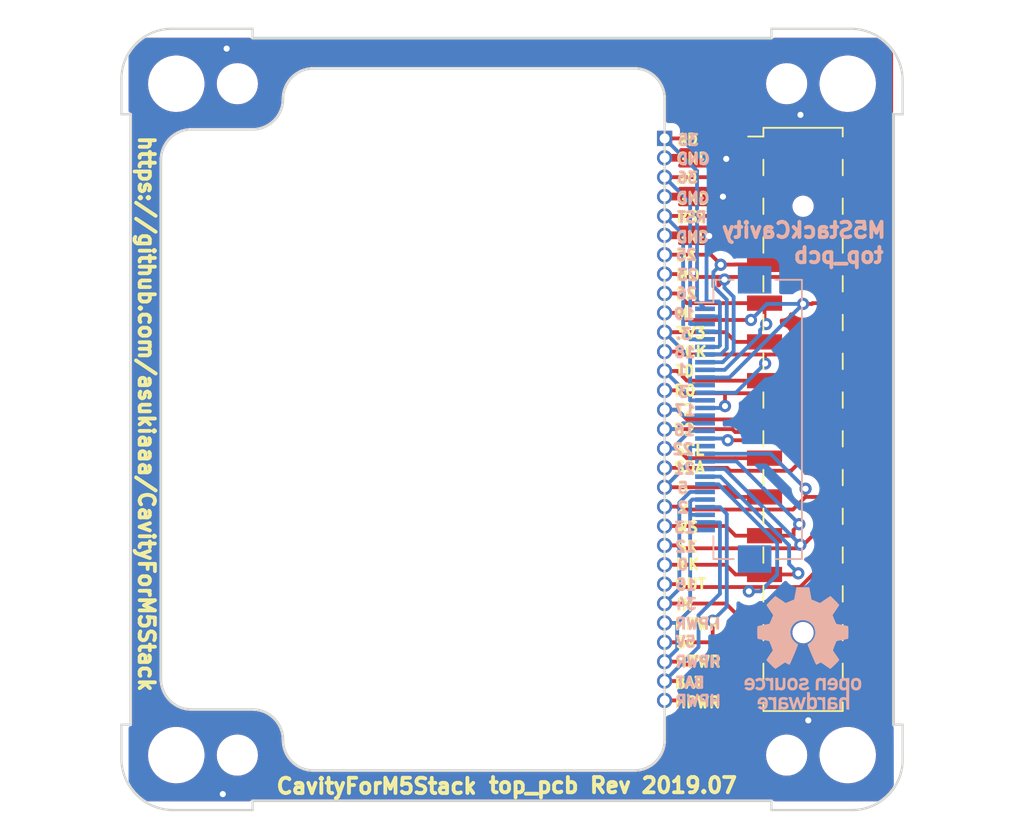
<source format=kicad_pcb>
(kicad_pcb (version 20221018) (generator pcbnew)
  (layers (0 "F.Cu" signal) (31 "B.Cu" signal) (34 "B.Paste" user) (35 "F.Paste" user) (36 "B.SilkS" user "B.Silkscreen") (37 "F.SilkS" user "F.Silkscreen") (38 "B.Mask" user) (39 "F.Mask" user) (44 "Edge.Cuts" user))
  (net 0 "")
  (net 1 "GND")
  (net 2 "G23")
  (net 3 "G19")
  (net 4 "G18")
  (net 5 "G3")
  (net 6 "G16")
  (net 7 "G21")
  (net 8 "G2")
  (net 9 "G12")
  (net 10 "G15")
  (net 11 "HPWR")
  (net 12 "+BATT")
  (net 13 "+5V")
  (net 14 "G34")
  (net 15 "G0")
  (net 16 "G13")
  (net 17 "G5")
  (net 18 "G22")
  (net 19 "G17")
  (net 20 "G1")
  (net 21 "G26")
  (net 22 "G25")
  (net 23 "RST")
  (net 24 "G36")
  (net 25 "G35")
  (net 26 "+3V3")
  (footprint "MountingHole:MountingHole_3.2mm_M3" (layer "F.Cu") (at 103 53)
    (fp_text reference "REF1" hide)
    (fp_text value "MountingHole_3.2mm_M3")
    (pad "" np_thru_hole circle (at 0 0) (size 3.2 3.2) (drill 3.2) (layers "*.Cu" "*.Mask"))
  )
  (footprint "MountingHole:MountingHole_3.2mm_M3" (layer "F.Cu") (at 103 97)
    (fp_text reference "REF6" hide)
    (fp_text value "MountingHole_3.2mm_M3")
    (pad "" np_thru_hole circle (at 0 0) (size 3.2 3.2) (drill 3.2) (layers "*.Cu" "*.Mask"))
  )
  (footprint "MountingHole:MountingHole_3.2mm_M3" (layer "F.Cu") (at 147 97)
    (fp_text reference "REF9" hide)
    (fp_text value "MountingHole_3.2mm_M3")
    (pad "" np_thru_hole circle (at 0 0) (size 3.2 3.2) (drill 3.2) (layers "*.Cu" "*.Mask"))
  )
  (footprint "MountingHole:MountingHole_2.2mm_M2" (layer "F.Cu") (at 107 53)
    (fp_text reference "REF2" hide)
    (fp_text value "MountingHole_2.2mm_M2")
    (pad "" np_thru_hole circle (at 0 0) (size 2.2 2.2) (drill 2.2) (layers "*.Cu" "*.Mask"))
  )
  (footprint "MountingHole:MountingHole_3.2mm_M3" (layer "F.Cu") (at 147 53)
    (fp_text reference "REF4" hide)
    (fp_text value "MountingHole_3.2mm_M3")
    (pad "" np_thru_hole circle (at 0 0) (size 3.2 3.2) (drill 3.2) (layers "*.Cu" "*.Mask"))
  )
  (footprint "MountingHole:MountingHole_2.2mm_M2" (layer "F.Cu") (at 143 53)
    (fp_text reference "REF3" hide)
    (fp_text value "MountingHole_2.2mm_M2")
    (pad "" np_thru_hole circle (at 0 0) (size 2.2 2.2) (drill 2.2) (layers "*.Cu" "*.Mask"))
  )
  (footprint "MountingHole:MountingHole_2.2mm_M2" (layer "F.Cu") (at 107 97)
    (fp_text reference "REF7" hide)
    (fp_text value "MountingHole_2.2mm_M2")
    (pad "" np_thru_hole circle (at 0 0) (size 2.2 2.2) (drill 2.2) (layers "*.Cu" "*.Mask"))
  )
  (footprint "MountingHole:MountingHole_2.2mm_M2" (layer "F.Cu") (at 143 97)
    (fp_text reference "REF8" hide)
    (fp_text value "MountingHole_2.2mm_M2")
    (pad "" np_thru_hole circle (at 0 0) (size 2.2 2.2) (drill 2.2) (layers "*.Cu" "*.Mask"))
  )
  (footprint "footprints:PinHeader_2x15_P2.54mm_Vertical_SMD_for_M5Stack" (layer "F.Cu") (at 144.074 75)
    (fp_text reference "J2" hide)
    (fp_text value "header")
    (pad "" np_thru_hole circle (at 0 -13.97) (size 0.9 0.9) (drill 0.9) (layers "*.Cu" "*.Mask"))
    (pad "" np_thru_hole circle (at 0 13.97) (size 0.9 0.9) (drill 0.9) (layers "*.Cu" "*.Mask"))
    (pad "1" smd rect (at -2.525 -17.78) (size 2.3 1) (layers "F.Cu" "F.Paste" "F.Mask") (net 25 "G35"))
    (pad "2" smd rect (at 2.525 -17.78) (size 2.3 1) (layers "F.Cu" "F.Paste" "F.Mask") (net 1 "GND"))
    (pad "3" smd rect (at -2.525 -15.24) (size 2.3 1) (layers "F.Cu" "F.Paste" "F.Mask") (net 24 "G36"))
    (pad "4" smd rect (at 2.525 -15.24) (size 2.3 1) (layers "F.Cu" "F.Paste" "F.Mask") (net 1 "GND"))
    (pad "5" smd rect (at -2.525 -12.7) (size 2.3 1) (layers "F.Cu" "F.Paste" "F.Mask") (net 23 "RST"))
    (pad "6" smd rect (at 2.525 -12.7) (size 2.3 1) (layers "F.Cu" "F.Paste" "F.Mask") (net 1 "GND"))
    (pad "7" smd rect (at -2.525 -10.16) (size 2.3 1) (layers "F.Cu" "F.Paste" "F.Mask") (net 22 "G25"))
    (pad "8" smd rect (at 2.525 -10.16) (size 2.3 1) (layers "F.Cu" "F.Paste" "F.Mask") (net 2 "G23"))
    (pad "9" smd rect (at -2.525 -7.62) (size 2.3 1) (layers "F.Cu" "F.Paste" "F.Mask") (net 21 "G26"))
    (pad "10" smd rect (at 2.525 -7.62) (size 2.3 1) (layers "F.Cu" "F.Paste" "F.Mask") (net 3 "G19"))
    (pad "11" smd rect (at -2.525 -5.08) (size 2.3 1) (layers "F.Cu" "F.Paste" "F.Mask") (net 26 "+3V3"))
    (pad "12" smd rect (at 2.525 -5.08) (size 2.3 1) (layers "F.Cu" "F.Paste" "F.Mask") (net 4 "G18"))
    (pad "13" smd rect (at -2.525 -2.54) (size 2.3 1) (layers "F.Cu" "F.Paste" "F.Mask") (net 20 "G1"))
    (pad "14" smd rect (at 2.525 -2.54) (size 2.3 1) (layers "F.Cu" "F.Paste" "F.Mask") (net 5 "G3"))
    (pad "15" smd rect (at -2.525 0) (size 2.3 1) (layers "F.Cu" "F.Paste" "F.Mask") (net 19 "G17"))
    (pad "16" smd rect (at 2.525 0) (size 2.3 1) (layers "F.Cu" "F.Paste" "F.Mask") (net 6 "G16"))
    (pad "17" smd rect (at -2.525 2.54) (size 2.3 1) (layers "F.Cu" "F.Paste" "F.Mask") (net 18 "G22"))
    (pad "18" smd rect (at 2.525 2.54) (size 2.3 1) (layers "F.Cu" "F.Paste" "F.Mask") (net 7 "G21"))
    (pad "19" smd rect (at -2.525 5.08) (size 2.3 1) (layers "F.Cu" "F.Paste" "F.Mask") (net 17 "G5"))
    (pad "20" smd rect (at 2.525 5.08) (size 2.3 1) (layers "F.Cu" "F.Paste" "F.Mask") (net 8 "G2"))
    (pad "21" smd rect (at -2.525 7.62) (size 2.3 1) (layers "F.Cu" "F.Paste" "F.Mask") (net 16 "G13"))
    (pad "22" smd rect (at 2.525 7.62) (size 2.3 1) (layers "F.Cu" "F.Paste" "F.Mask") (net 9 "G12"))
    (pad "23" smd rect (at -2.525 10.16) (size 2.3 1) (layers "F.Cu" "F.Paste" "F.Mask") (net 15 "G0"))
    (pad "24" smd rect (at 2.525 10.16) (size 2.3 1) (layers "F.Cu" "F.Paste" "F.Mask") (net 10 "G15"))
    (pad "25" smd rect (at -2.525 12.7) (size 2.3 1) (layers "F.Cu" "F.Paste" "F.Mask") (net 14 "G34"))
    (pad "26" smd rect (at 2.525 12.7) (size 2.3 1) (layers "F.Cu" "F.Paste" "F.Mask") (net 11 "HPWR"))
    (pad "27" smd rect (at -2.525 15.24) (size 2.3 1) (layers "F.Cu" "F.Paste" "F.Mask") (net 13 "+5V"))
    (pad "28" smd rect (at 2.525 15.24) (size 2.3 1) (layers "F.Cu" "F.Paste" "F.Mask") (net 11 "HPWR"))
    (pad "29" smd rect (at -2.525 17.78) (size 2.3 1) (layers "F.Cu" "F.Paste" "F.Mask") (net 12 "+BATT"))
    (pad "30" smd rect (at 2.525 17.78) (size 2.3 1) (layers "F.Cu" "F.Paste" "F.Mask") (net 11 "HPWR"))
  )
  (footprint "footprints:corner_edge1" (layer "F.Cu") (at 150 50)
    (fp_text reference "corner1" hide)
    (fp_text value "corner_edge1")
    (fp_line (start -8 -0.6) (end -2.8 -0.6) (stroke (width 0.15)) (layer "Edge.Cuts"))
    (fp_line (start -8 0) (end -8 -0.6) (stroke (width 0.15)) (layer "Edge.Cuts"))
    (fp_line (start 0.6 2.8) (end 0.6 5) (stroke (width 0.15)) (layer "Edge.Cuts"))
    (fp_line (start 0.6 5) (end 0 5) (stroke (width 0.15)) (layer "Edge.Cuts"))
    (fp_arc (start -2.8 -0.6) (mid -0.395837 0.395837) (end 0.6 2.8) (stroke (width 0.15)) (layer "Edge.Cuts"))
  )
  (footprint "footprints:corner_edge2" (layer "F.Cu") (at 150 100 180)
    (fp_text reference "corner2" hide)
    (fp_text value "corner_edge2")
    (fp_line (start -0.6 2.7) (end -0.6 5) (stroke (width 0.15)) (layer "Edge.Cuts"))
    (fp_line (start -0.6 5) (end 0 5) (stroke (width 0.15)) (layer "Edge.Cuts"))
    (fp_line (start 8 -0.6) (end 2.7 -0.6) (stroke (width 0.15)) (layer "Edge.Cuts"))
    (fp_line (start 8 0) (end 8 -0.6) (stroke (width 0.15)) (layer "Edge.Cuts"))
    (fp_arc (start -0.6 2.7) (mid 0.366548 0.366548) (end 2.7 -0.6) (stroke (width 0.15)) (layer "Edge.Cuts"))
  )
  (footprint "footprints:corner_edge2" (layer "F.Cu") (at 100 50)
    (fp_text reference "corner3" hide)
    (fp_text value "corner_edge2")
    (fp_line (start -0.6 2.7) (end -0.6 5) (stroke (width 0.15)) (layer "Edge.Cuts"))
    (fp_line (start -0.6 5) (end 0 5) (stroke (width 0.15)) (layer "Edge.Cuts"))
    (fp_line (start 8 -0.6) (end 2.7 -0.6) (stroke (width 0.15)) (layer "Edge.Cuts"))
    (fp_line (start 8 0) (end 8 -0.6) (stroke (width 0.15)) (layer "Edge.Cuts"))
    (fp_arc (start -0.6 2.7) (mid 0.366548 0.366548) (end 2.7 -0.6) (stroke (width 0.15)) (layer "Edge.Cuts"))
  )
  (footprint "footprints:corner_edge1" (layer "F.Cu") (at 100 100 180)
    (fp_text reference "corner4" hide)
    (fp_text value "corner_edge1")
    (fp_line (start -8 -0.6) (end -2.8 -0.6) (stroke (width 0.15)) (layer "Edge.Cuts"))
    (fp_line (start -8 0) (end -8 -0.6) (stroke (width 0.15)) (layer "Edge.Cuts"))
    (fp_line (start 0.6 2.8) (end 0.6 5) (stroke (width 0.15)) (layer "Edge.Cuts"))
    (fp_line (start 0.6 5) (end 0 5) (stroke (width 0.15)) (layer "Edge.Cuts"))
    (fp_arc (start -2.8 -0.6) (mid -0.395837 0.395837) (end 0.6 2.8) (stroke (width 0.15)) (layer "Edge.Cuts"))
  )
  (footprint "footprints:PinHeader_1x30_P1.27mm_Vertical_without_silks" (layer "F.Cu") (at 135 56.585)
    (fp_text reference "J3" hide)
    (fp_text value "free_holes")
    (pad "1" thru_hole rect (at 0 0) (size 1 1) (drill 0.65) (layers "*.Cu" "*.Mask") (net 25 "G35"))
    (pad "2" thru_hole oval (at 0 1.27) (size 1 1) (drill 0.65) (layers "*.Cu" "*.Mask") (net 1 "GND"))
    (pad "3" thru_hole oval (at 0 2.54) (size 1 1) (drill 0.65) (layers "*.Cu" "*.Mask") (net 24 "G36"))
    (pad "4" thru_hole oval (at 0 3.81) (size 1 1) (drill 0.65) (layers "*.Cu" "*.Mask") (net 1 "GND"))
    (pad "5" thru_hole oval (at 0 5.08) (size 1 1) (drill 0.65) (layers "*.Cu" "*.Mask") (net 23 "RST"))
    (pad "6" thru_hole oval (at 0 6.35) (size 1 1) (drill 0.65) (layers "*.Cu" "*.Mask") (net 1 "GND"))
    (pad "7" thru_hole oval (at 0 7.62) (size 1 1) (drill 0.65) (layers "*.Cu" "*.Mask") (net 22 "G25"))
    (pad "8" thru_hole oval (at 0 8.89) (size 1 1) (drill 0.65) (layers "*.Cu" "*.Mask") (net 2 "G23"))
    (pad "9" thru_hole oval (at 0 10.16) (size 1 1) (drill 0.65) (layers "*.Cu" "*.Mask") (net 21 "G26"))
    (pad "10" thru_hole oval (at 0 11.43) (size 1 1) (drill 0.65) (layers "*.Cu" "*.Mask") (net 3 "G19"))
    (pad "11" thru_hole oval (at 0 12.7) (size 1 1) (drill 0.65) (layers "*.Cu" "*.Mask") (net 26 "+3V3"))
    (pad "12" thru_hole oval (at 0 13.97) (size 1 1) (drill 0.65) (layers "*.Cu" "*.Mask") (net 4 "G18"))
    (pad "13" thru_hole oval (at 0 15.24) (size 1 1) (drill 0.65) (layers "*.Cu" "*.Mask") (net 20 "G1"))
    (pad "14" thru_hole oval (at 0 16.51) (size 1 1) (drill 0.65) (layers "*.Cu" "*.Mask") (net 5 "G3"))
    (pad "15" thru_hole oval (at 0 17.78) (size 1 1) (drill 0.65) (layers "*.Cu" "*.Mask") (net 19 "G17"))
    (pad "16" thru_hole oval (at 0 19.05) (size 1 1) (drill 0.65) (layers "*.Cu" "*.Mask") (net 6 "G16"))
    (pad "17" thru_hole oval (at 0 20.32) (size 1 1) (drill 0.65) (layers "*.Cu" "*.Mask") (net 18 "G22"))
    (pad "18" thru_hole oval (at 0 21.59) (size 1 1) (drill 0.65) (layers "*.Cu" "*.Mask") (net 7 "G21"))
    (pad "19" thru_hole oval (at 0 22.86) (size 1 1) (drill 0.65) (layers "*.Cu" "*.Mask") (net 17 "G5"))
    (pad "20" thru_hole oval (at 0 24.13) (size 1 1) (drill 0.65) (layers "*.Cu" "*.Mask") (net 8 "G2"))
    (pad "21" thru_hole oval (at 0 25.4) (size 1 1) (drill 0.65) (layers "*.Cu" "*.Mask") (net 16 "G13"))
    (pad "22" thru_hole oval (at 0 26.67) (size 1 1) (drill 0.65) (layers "*.Cu" "*.Mask") (net 9 "G12"))
    (pad "23" thru_hole oval (at 0 27.94) (size 1 1) (drill 0.65) (layers "*.Cu" "*.Mask") (net 15 "G0"))
    (pad "24" thru_hole oval (at 0 29.21) (size 1 1) (drill 0.65) (layers "*.Cu" "*.Mask") (net 10 "G15"))
    (pad "25" thru_hole oval (at 0 30.48) (size 1 1) (drill 0.65) (layers "*.Cu" "*.Mask") (net 14 "G34"))
    (pad "26" thru_hole oval (at 0 31.75) (size 1 1) (drill 0.65) (layers "*.Cu" "*.Mask") (net 11 "HPWR"))
    (pad "27" thru_hole oval (at 0 33.02) (size 1 1) (drill 0.65) (layers "*.Cu" "*.Mask") (net 13 "+5V"))
    (pad "28" thru_hole oval (at 0 34.29) (size 1 1) (drill 0.65) (layers "*.Cu" "*.Mask") (net 11 "HPWR"))
    (pad "29" thru_hole oval (at 0 35.56) (size 1 1) (drill 0.65) (layers "*.Cu" "*.Mask") (net 12 "+BATT"))
    (pad "30" thru_hole oval (at 0 36.83) (size 1 1) (drill 0.65) (layers "*.Cu" "*.Mask") (net 11 "HPWR"))
  )
  (footprint "Connector_FFC-FPC:Hirose_FH12-30S-0.5SH_1x30-1MP_P0.50mm_Horizontal" (layer "B.Cu") (at 139.5 75 -90)
    (fp_text reference "J1" hide)
    (fp_text value "flat_cable_connector")
    (pad "1" smd rect (at -7.25 1.85 270) (size 0.3 1.3) (layers "B.Cu" "B.Paste" "B.Mask") (net 25 "G35"))
    (pad "2" smd rect (at -6.75 1.85 270) (size 0.3 1.3) (layers "B.Cu" "B.Paste" "B.Mask") (net 1 "GND"))
    (pad "3" smd rect (at -6.25 1.85 270) (size 0.3 1.3) (layers "B.Cu" "B.Paste" "B.Mask") (net 24 "G36"))
    (pad "4" smd rect (at -5.75 1.85 270) (size 0.3 1.3) (layers "B.Cu" "B.Paste" "B.Mask") (net 1 "GND"))
    (pad "5" smd rect (at -5.25 1.85 270) (size 0.3 1.3) (layers "B.Cu" "B.Paste" "B.Mask") (net 23 "RST"))
    (pad "6" smd rect (at -4.75 1.85 270) (size 0.3 1.3) (layers "B.Cu" "B.Paste" "B.Mask") (net 1 "GND"))
    (pad "7" smd rect (at -4.25 1.85 270) (size 0.3 1.3) (layers "B.Cu" "B.Paste" "B.Mask") (net 22 "G25"))
    (pad "8" smd rect (at -3.75 1.85 270) (size 0.3 1.3) (layers "B.Cu" "B.Paste" "B.Mask") (net 2 "G23"))
    (pad "9" smd rect (at -3.25 1.85 270) (size 0.3 1.3) (layers "B.Cu" "B.Paste" "B.Mask") (net 21 "G26"))
    (pad "10" smd rect (at -2.75 1.85 270) (size 0.3 1.3) (layers "B.Cu" "B.Paste" "B.Mask") (net 3 "G19"))
    (pad "11" smd rect (at -2.25 1.85 270) (size 0.3 1.3) (layers "B.Cu" "B.Paste" "B.Mask") (net 26 "+3V3"))
    (pad "12" smd rect (at -1.75 1.85 270) (size 0.3 1.3) (layers "B.Cu" "B.Paste" "B.Mask") (net 4 "G18"))
    (pad "13" smd rect (at -1.25 1.85 270) (size 0.3 1.3) (layers "B.Cu" "B.Paste" "B.Mask") (net 20 "G1"))
    (pad "14" smd rect (at -0.75 1.85 270) (size 0.3 1.3) (layers "B.Cu" "B.Paste" "B.Mask") (net 5 "G3"))
    (pad "15" smd rect (at -0.25 1.85 270) (size 0.3 1.3) (layers "B.Cu" "B.Paste" "B.Mask") (net 19 "G17"))
    (pad "16" smd rect (at 0.25 1.85 270) (size 0.3 1.3) (layers "B.Cu" "B.Paste" "B.Mask") (net 6 "G16"))
    (pad "17" smd rect (at 0.75 1.85 270) (size 0.3 1.3) (layers "B.Cu" "B.Paste" "B.Mask") (net 18 "G22"))
    (pad "18" smd rect (at 1.25 1.85 270) (size 0.3 1.3) (layers "B.Cu" "B.Paste" "B.Mask") (net 7 "G21"))
    (pad "19" smd rect (at 1.75 1.85 270) (size 0.3 1.3) (layers "B.Cu" "B.Paste" "B.Mask") (net 17 "G5"))
    (pad "20" smd rect (at 2.25 1.85 270) (size 0.3 1.3) (layers "B.Cu" "B.Paste" "B.Mask") (net 8 "G2"))
    (pad "21" smd rect (at 2.75 1.85 270) (size 0.3 1.3) (layers "B.Cu" "B.Paste" "B.Mask") (net 16 "G13"))
    (pad "22" smd rect (at 3.25 1.85 270) (size 0.3 1.3) (layers "B.Cu" "B.Paste" "B.Mask") (net 9 "G12"))
    (pad "23" smd rect (at 3.75 1.85 270) (size 0.3 1.3) (layers "B.Cu" "B.Paste" "B.Mask") (net 15 "G0"))
    (pad "24" smd rect (at 4.25 1.85 270) (size 0.3 1.3) (layers "B.Cu" "B.Paste" "B.Mask") (net 10 "G15"))
    (pad "25" smd rect (at 4.75 1.85 270) (size 0.3 1.3) (layers "B.Cu" "B.Paste" "B.Mask") (net 14 "G34"))
    (pad "26" smd rect (at 5.25 1.85 270) (size 0.3 1.3) (layers "B.Cu" "B.Paste" "B.Mask") (net 11 "HPWR"))
    (pad "27" smd rect (at 5.75 1.85 270) (size 0.3 1.3) (layers "B.Cu" "B.Paste" "B.Mask") (net 13 "+5V"))
    (pad "28" smd rect (at 6.25 1.85 270) (size 0.3 1.3) (layers "B.Cu" "B.Paste" "B.Mask") (net 11 "HPWR"))
    (pad "29" smd rect (at 6.75 1.85 270) (size 0.3 1.3) (layers "B.Cu" "B.Paste" "B.Mask") (net 12 "+BATT"))
    (pad "30" smd rect (at 7.25 1.85 270) (size 0.3 1.3) (layers "B.Cu" "B.Paste" "B.Mask") (net 11 "HPWR"))
    (pad "MP" smd rect (at -9.15 -1.4 270) (size 1.8 2.2) (layers "B.Cu" "B.Paste" "B.Mask"))
    (pad "MP" smd rect (at 9.15 -1.4 270) (size 1.8 2.2) (layers "B.Cu" "B.Paste" "B.Mask"))
  )
  (footprint "Symbol:OSHW-Logo_7.5x8mm_SilkScreen" (layer "B.Cu") (at 144.0688 90.0049 180)
    (fp_text reference "OSHWREF2" hide)
    (fp_text value "OSHW-Logo_7.5x8mm_SilkScreen" hide)
  )
  (gr_arc (start 108 94) (mid 109.414214 94.585786) (end 110 96) (stroke (width 0.15)) (layer "Edge.Cuts"))
  (gr_arc (start 102 58) (mid 102.585786 56.585786) (end 104 56) (stroke (width 0.15)) (layer "Edge.Cuts"))
  (gr_arc (start 112 98) (mid 110.585786 97.414214) (end 110 96) (stroke (width 0.15)) (layer "Edge.Cuts"))
  (gr_line (start 104 94) (end 108 94) (stroke (width 0.15)) (layer "Edge.Cuts"))
  (gr_line (start 135 96) (end 135 54) (stroke (width 0.15)) (layer "Edge.Cuts"))
  (gr_line (start 100 95) (end 100 55) (stroke (width 0.15)) (layer "Edge.Cuts"))
  (gr_line (start 108 50) (end 142 50) (stroke (width 0.15)) (layer "Edge.Cuts"))
  (gr_arc (start 110 54) (mid 109.414214 55.414214) (end 108 56) (stroke (width 0.15)) (layer "Edge.Cuts"))
  (gr_line (start 142 100) (end 108 100) (stroke (width 0.15)) (layer "Edge.Cuts"))
  (gr_line (start 108 56) (end 104 56) (stroke (width 0.15)) (layer "Edge.Cuts"))
  (gr_line (start 102 58) (end 102 92) (stroke (width 0.15)) (layer "Edge.Cuts"))
  (gr_line (start 150 55) (end 150 95) (stroke (width 0.2)) (layer "Edge.Cuts"))
  (gr_line (start 133 52) (end 112 52) (stroke (width 0.15)) (layer "Edge.Cuts"))
  (gr_arc (start 133 52) (mid 134.414214 52.585786) (end 135 54) (stroke (width 0.15)) (layer "Edge.Cuts"))
  (gr_arc (start 104 94) (mid 102.585786 93.414214) (end 102 92) (stroke (width 0.15)) (layer "Edge.Cuts"))
  (gr_arc (start 135 96) (mid 134.414214 97.414214) (end 133 98) (stroke (width 0.15)) (layer "Edge.Cuts"))
  (gr_arc (start 110 54) (mid 110.585786 52.585786) (end 112 52) (stroke (width 0.15)) (layer "Edge.Cuts"))
  (gr_line (start 112 98) (end 133 98) (stroke (width 0.15)) (layer "Edge.Cuts"))
  (gr_text "3" (at 136.2202 73.2028) (layer "B.SilkS") (effects (font (size 0.7 0.7) (thickness 0.175)) (justify mirror)))
  (gr_text "1" (at 136.1186 71.7423) (layer "B.SilkS") (effects (font (size 0.7 0.7) (thickness 0.175)) (justify mirror)))
  (gr_text "25" (at 136.4234 64.2112) (layer "B.SilkS") (effects (font (size 0.7 0.7) (thickness 0.175)) (justify mirror)))
  (gr_text "26" (at 136.4488 66.7385) (layer "B.SilkS") (effects (font (size 0.7 0.7) (thickness 0.175)) (justify mirror)))
  (gr_text "21" (at 136.2837 78.232) (layer "B.SilkS") (effects (font (size 0.7 0.7) (thickness 0.175)) (justify mirror)))
  (gr_text "RST" (at 136.7917 61.7601) (layer "B.SilkS") (effects (font (size 0.7 0.7) (thickness 0.175)) (justify mirror)))
  (gr_text "GND" (at 136.8933 57.9501) (layer "B.SilkS") (effects (font (size 0.7 0.7) (thickness 0.175)) (justify mirror)))
  (gr_text "BAT" (at 136.6901 92.2528) (layer "B.SilkS") (effects (font (size 0.7 0.7) (thickness 0.175)) (justify mirror)))
  (gr_text "35" (at 136.5504 56.6928) (layer "B.SilkS") (effects (font (size 0.7 0.7) (thickness 0.175)) (justify mirror)))
  (gr_text "22" (at 136.1948 76.9493) (layer "B.SilkS") (effects (font (size 0.7 0.7) (thickness 0.175)) (justify mirror)))
  (gr_text "36" (at 136.4996 59.1566) (layer "B.SilkS") (effects (font (size 0.7 0.7) (thickness 0.175)) (justify mirror)))
  (gr_text "18" (at 136.3218 70.5993) (layer "B.SilkS") (effects (font (size 0.7 0.7) (thickness 0.175)) (justify mirror)))
  (gr_text "19" (at 136.2837 68.0974) (layer "B.SilkS") (effects (font (size 0.7 0.7) (thickness 0.175)) (justify mirror)))
  (gr_text "13" (at 136.3091 82.0928) (layer "B.SilkS") (effects (font (size 0.7 0.7) (thickness 0.175)) (justify mirror)))
  (gr_text "12" (at 136.3726 83.3374) (layer "B.SilkS") (effects (font (size 0.7 0.7) (thickness 0.175)) (justify mirror)))
  (gr_text "15" (at 136.398 85.8393) (layer "B.SilkS") (effects (font (size 0.7 0.7) (thickness 0.175)) (justify mirror)))
  (gr_text "34" (at 136.398 87.0966) (layer "B.SilkS") (effects (font (size 0.7 0.7) (thickness 0.175)) (justify mirror)))
  (gr_text "M5StackCavity" (at 144.1196 62.5983) (layer "B.SilkS") (effects (font (size 1 1) (thickness 0.25)) (justify mirror)))
  (gr_text "GND" (at 136.8552 63.0428) (layer "B.SilkS") (effects (font (size 0.7 0.7) (thickness 0.175)) (justify mirror)))
  (gr_text "HPWR" (at 137.1854 88.392) (layer "B.SilkS") (effects (font (size 0.7 0.7) (thickness 0.175)) (justify mirror)))
  (gr_text "HPWR" (at 137.2108 93.4466) (layer "B.SilkS") (effects (font (size 0.7 0.7) (thickness 0.175)) (justify mirror)))
  (gr_text "top_pcb" (at 146.4056 64.2493) (layer "B.SilkS") (effects (font (size 1 1) (thickness 0.25)) (justify mirror)))
  (gr_text "HPWR" (at 137.1854 90.8812) (layer "B.SilkS") (effects (font (size 0.7 0.7) (thickness 0.175)) (justify mirror)))
  (gr_text "0" (at 136.1948 84.5185) (layer "B.SilkS") (effects (font (size 0.7 0.7) (thickness 0.175)) (justify mirror)))
  (gr_text "5V" (at 136.3853 89.5731) (layer "B.SilkS") (effects (font (size 0.7 0.7) (thickness 0.175)) (justify mirror)))
  (gr_text "23" (at 136.4996 65.532) (layer "B.SilkS") (effects (font (size 0.7 0.7) (thickness 0.175)) (justify mirror)))
  (gr_text "16" (at 136.2964 75.7047) (layer "B.SilkS") (effects (font (size 0.7 0.7) (thickness 0.175)) (justify mirror)))
  (gr_text "GND" (at 136.8552 60.4774) (layer "B.SilkS") (effects (font (size 0.7 0.7) (thickness 0.175)) (justify mirror)))
  (gr_text "3." (at 136.2456 69.4055) (layer "B.SilkS") (effects (font (size 0.7 0.7) (thickness 0.175)) (justify mirror)))
  (gr_text "17" (at 136.3472 74.4093) (layer "B.SilkS") (effects (font (size 0.7 0.7) (thickness 0.175)) (justify mirror)))
  (gr_text "2" (at 136.2075 80.7847) (layer "B.SilkS") (effects (font (size 0.7 0.7) (thickness 0.175)) (justify mirror)))
  (gr_text "5" (at 136.1948 79.4893) (layer "B.SilkS") (effects (font (size 0.7 0.7) (thickness 0.175)) (justify mirror)))
  (gr_text "SCL" (at 136.6139 77.0001) (layer "F.SilkS") (effects (font (size 0.7 0.7) (thickness 0.175))))
  (gr_text "T2" (at 136.3345 74.3839) (layer "F.SilkS") (effects (font (size 0.7 0.7) (thickness 0.175))))
  (gr_text "AD" (at 136.525 56.6674) (layer "F.SilkS") (effects (font (size 0.7 0.7) (thickness 0.175))))
  (gr_text "T0" (at 136.3218 71.8312) (layer "F.SilkS") (effects (font (size 0.7 0.7) (thickness 0.175))))
  (gr_text "DA" (at 136.398 64.2747) (layer "F.SilkS") (effects (font (size 0.7 0.7) (thickness 0.175))))
  (gr_text "WS" (at 136.4488 82.0801) (layer "F.SilkS") (effects (font (size 0.7 0.7) (thickness 0.175))))
  (gr_text "IN" (at 136.3218 87.1601) (layer "F.SilkS") (effects (font (size 0.7 0.7) (thickness 0.175))))
  (gr_text "R0" (at 136.3345 73.1139) (layer "F.SilkS") (effects (font (size 0.7 0.7) (thickness 0.175))))
  (gr_text "SDA" (at 136.6393 78.1431) (layer "F.SilkS") (effects (font (size 0.7 0.7) (thickness 0.175))))
  (gr_text "SK" (at 136.4742 83.3501) (layer "F.SilkS") (effects (font (size 0.7 0.7) (thickness 0.175))))
  (gr_text "3V3" (at 136.7028 69.342) (layer "F.SilkS") (effects (font (size 0.7 0.7) (thickness 0.175))))
  (gr_text "GND" (at 136.8552 57.912) (layer "F.SilkS") (effects (font (size 0.7 0.7) (thickness 0.175))))
  (gr_text "GND" (at 136.8298 63.0682) (layer "F.SilkS") (effects (font (size 0.7 0.7) (thickness 0.175))))
  (gr_text "RST" (at 136.7536 61.7347) (layer "F.SilkS") (effects (font (size 0.7 0.7) (thickness 0.175))))
  (gr_text "5V" (at 136.3853 89.6112) (layer "F.SilkS") (effects (font (size 0.7 0.7) (thickness 0.175))))
  (gr_text "BAT" (at 136.5885 92.2655) (layer "F.SilkS") (effects (font (size 0.7 0.7) (thickness 0.175))))
  (gr_text "5" (at 136.2075 79.5274) (layer "F.SilkS") (effects (font (size 0.7 0.7) (thickness 0.175))))
  (gr_text "2" (at 136.2075 80.772) (layer "F.SilkS") (effects (font (size 0.7 0.7) (thickness 0.175))))
  (gr_text "HPWR" (at 137.1346 88.4301) (layer "F.SilkS") (effects (font (size 0.7 0.7) (thickness 0.175))))
  (gr_text "HPWR" (at 137.1981 90.8812) (layer "F.SilkS") (effects (font (size 0.7 0.7) (thickness 0.175))))
  (gr_text "HPWR" (at 137.1473 93.5482) (layer "F.SilkS") (effects (font (size 0.7 0.7) (thickness 0.175))))
  (gr_text "MI" (at 136.3091 68.1101) (layer "F.SilkS") (effects (font (size 0.7 0.7) (thickness 0.175))))
  (gr_text "AD" (at 136.4742 59.1566) (layer "F.SilkS") (effects (font (size 0.7 0.7) (thickness 0.175))))
  (gr_text "top_pcb" (at 126.4238 98.9832) (layer "F.SilkS") (effects (font (size 1 1) (thickness 0.25))))
  (gr_text "CavityForM5Stack" (at 116.1238 99.0332) (layer "F.SilkS") (effects (font (size 1 1) (thickness 0.25))))
  (gr_text "R2" (at 136.2837 75.6793) (layer "F.SilkS") (effects (font (size 0.7 0.7) (thickness 0.175))))
  (gr_text "https://github.com/asukiaaa/CavityForM5Stack" (at 101.0488 74.6332 270) (layer "F.SilkS") (effects (font (size 1 1) (thickness 0.25))))
  (gr_text "MK" (at 136.4996 84.5058) (layer "F.SilkS") (effects (font (size 0.7 0.7) (thickness 0.175))))
  (gr_text "GND" (at 136.8552 60.5409) (layer "F.SilkS") (effects (font (size 0.7 0.7) (thickness 0.175))))
  (gr_text "OUT" (at 136.7028 85.8012) (layer "F.SilkS") (effects (font (size 0.7 0.7) (thickness 0.175))))
  (gr_text "SCK" (at 136.7028 70.5739) (layer "F.SilkS") (effects (font (size 0.7 0.7) (thickness 0.175))))
  (gr_text "Rev 2019.07" (at 134.9238 98.9832) (layer "F.SilkS") (effects (font (size 1 1) (thickness 0.25))))
  (gr_text "DA" (at 136.398 66.8147) (layer "F.SilkS") (effects (font (size 0.7 0.7) (thickness 0.175))))
  (gr_text "MO" (at 136.5123 65.5701) (layer "F.SilkS") (effects (font (size 0.7 0.7) (thickness 0.175))))
  (segment (start 146.599 57.22) (end 145.524 57.22) (width 0.25) (layer "F.Cu") (net 1))
  (segment (start 135.0443 62.9793) (end 135 62.935) (width 0.25) (layer "F.Cu") (net 1))
  (segment (start 134.9248 98.9838) (end 110.0201 98.9838) (width 0.25) (layer "F.Cu") (net 1))
  (segment (start 135.0697 57.9247) (end 135 57.855) (width 0.25) (layer "F.Cu") (net 1))
  (segment (start 109.076898 98.090352) (end 107.614085 99.553165) (width 0.25) (layer "F.Cu") (net 1))
  (segment (start 110.0201 98.9838) (end 109.082834 98.046533) (width 0.25) (layer "F.Cu") (net 1))
  (segment (start 109.082834 98.046533) (end 109.076898 98.090352) (width 0.25) (layer "F.Cu") (net 1))
  (segment (start 139.18739 94.72121) (end 134.9248 98.9838) (width 0.25) (layer "F.Cu") (net 1))
  (segment (start 107.614085 99.553165) (end 106.047125 99.553165) (width 0.25) (layer "F.Cu") (net 1))
  (segment (start 138.8175 60.395) (end 138.8237 60.4012) (width 0.25) (layer "F.Cu") (net 1))
  (segment (start 137.922 62.9793) (end 135.0443 62.9793) (width 0.25) (layer "F.Cu") (net 1))
  (segment (start 143.904163 55.600163) (end 143.904163 55.040424) (width 0.25) (layer "F.Cu") (net 1))
  (segment (start 145.524 57.22) (end 143.904163 55.600163) (width 0.25) (layer "F.Cu") (net 1))
  (segment (start 135 60.395) (end 138.8175 60.395) (width 0.25) (layer "F.Cu") (net 1))
  (segment (start 139.0396 57.9247) (end 135.0697 57.9247) (width 0.25) (layer "F.Cu") (net 1))
  (segment (start 144.41631 94.72121) (end 139.18739 94.72121) (width 0.25) (layer "F.Cu") (net 1))
  (via (at 106.047125 99.553165) (size 0.8) (drill 0.4) (layers "F.Cu" "B.Cu") (net 1))
  (via (at 139.0396 57.9247) (size 0.8) (drill 0.4) (layers "F.Cu" "B.Cu") (net 1))
  (via (at 144.41631 94.72121) (size 0.8) (drill 0.4) (layers "F.Cu" "B.Cu") (net 1))
  (via (at 137.922 62.9793) (size 0.8) (drill 0.4) (layers "F.Cu" "B.Cu") (net 1))
  (via (at 138.8237 60.4012) (size 0.8) (drill 0.4) (layers "F.Cu" "B.Cu") (net 1))
  (via (at 106.299 50.6984) (size 0.8) (drill 0.4) (layers "F.Cu" "B.Cu") (net 1))
  (via (at 143.904163 55.040424) (size 0.8) (drill 0.4) (layers "F.Cu" "B.Cu") (net 1))
  (segment (start 138.123824 55.040424) (end 134.1501 51.0667) (width 0.25) (layer "B.Cu") (net 1))
  (segment (start 138.585 68.25) (end 138.625001 68.209999) (width 0.25) (layer "B.Cu") (net 1))
  (segment (start 137.65 70.25) (end 138.535002 70.25) (width 0.25) (layer "B.Cu") (net 1))
  (segment (start 137.748422 63.152878) (end 137.922 62.9793) (width 0.25) (layer "B.Cu") (net 1))
  (segment (start 138.535002 70.25) (end 138.625001 70.160001) (width 0.25) (layer "B.Cu") (net 1))
  (segment (start 144.41631 94.47069) (end 144.41631 94.72121) (width 0.25) (layer "B.Cu") (net 1))
  (segment (start 138.8237 60.4012) (end 138.8237 58.1406) (width 0.25) (layer "B.Cu") (net 1))
  (segment (start 138.625001 69.325001) (end 138.55 69.25) (width 0.25) (layer "B.Cu") (net 1))
  (segment (start 106.6673 51.0667) (end 106.299 50.6984) (width 0.25) (layer "B.Cu") (net 1))
  (segment (start 147.2946 91.5924) (end 144.41631 94.47069) (width 0.25) (layer "B.Cu") (net 1))
  (segment (start 143.904163 55.040424) (end 143.904163 57.594963) (width 0.25) (layer "B.Cu") (net 1))
  (segment (start 138.560001 67.274999) (end 137.811409 67.274999) (width 0.25) (layer "B.Cu") (net 1))
  (segment (start 138.625001 67.339999) (end 138.560001 67.274999) (width 0.25) (layer "B.Cu") (net 1))
  (segment (start 137.748422 67.212012) (end 137.748422 63.152878) (width 0.25) (layer "B.Cu") (net 1))
  (segment (start 134.1501 51.0667) (end 106.6673 51.0667) (width 0.25) (layer "B.Cu") (net 1))
  (segment (start 143.904163 57.594963) (end 147.2946 60.9854) (width 0.25) (layer "B.Cu") (net 1))
  (segment (start 138.585 68.25) (end 138.55 68.25) (width 0.25) (layer "B.Cu") (net 1))
  (segment (start 138.625001 68.290001) (end 138.585 68.25) (width 0.25) (layer "B.Cu") (net 1))
  (segment (start 138.625001 68.209999) (end 138.625001 67.339999) (width 0.25) (layer "B.Cu") (net 1))
  (segment (start 138.625001 70.160001) (end 138.625001 69.325001) (width 0.25) (layer "B.Cu") (net 1))
  (segment (start 143.904163 55.040424) (end 138.123824 55.040424) (width 0.25) (layer "B.Cu") (net 1))
  (segment (start 147.2946 60.9854) (end 147.2946 91.5924) (width 0.25) (layer "B.Cu") (net 1))
  (segment (start 138.625001 69.325001) (end 138.625001 68.290001) (width 0.25) (layer "B.Cu") (net 1))
  (segment (start 138.55 68.25) (end 137.65 68.25) (width 0.25) (layer "B.Cu") (net 1))
  (segment (start 138.8237 58.1406) (end 139.0396 57.9247) (width 0.25) (layer "B.Cu") (net 1))
  (segment (start 138.55 69.25) (end 137.65 69.25) (width 0.25) (layer "B.Cu") (net 1))
  (segment (start 137.811409 67.274999) (end 137.748422 67.212012) (width 0.25) (layer "B.Cu") (net 1))
  (segment (start 135 65.475) (end 135.8253 65.475) (width 0.25) (layer "F.Cu") (net 2))
  (segment (start 136.0156 65.6653) (end 135.8253 65.475) (width 0.25) (layer "F.Cu") (net 2))
  (segment (start 144.6987 64.84) (end 143.8734 65.6653) (width 0.25) (layer "F.Cu") (net 2))
  (segment (start 138.5196 66.2087) (end 138.549278 66.2087) (width 0.25) (layer "F.Cu") (net 2))
  (segment (start 138.549278 66.2087) (end 138.923433 65.834545) (width 0.25) (layer "F.Cu") (net 2))
  (segment (start 146.599 64.84) (end 144.6987 64.84) (width 0.25) (layer "F.Cu") (net 2))
  (segment (start 138.5196 65.6653) (end 138.5196 66.2087) (width 0.25) (layer "F.Cu") (net 2))
  (segment (start 143.8734 65.6653) (end 138.5196 65.6653) (width 0.25) (layer "F.Cu") (net 2))
  (segment (start 138.5196 65.6653) (end 136.0156 65.6653) (width 0.25) (layer "F.Cu") (net 2))
  (via (at 138.923433 65.834545) (size 0.8) (drill 0.4) (layers "F.Cu" "B.Cu") (net 2))
  (segment (start 137.65 71.25) (end 138.807822 71.25) (width 0.25) (layer "B.Cu") (net 2))
  (segment (start 139.525021 70.532801) (end 139.52502 66.967198) (width 0.25) (layer "B.Cu") (net 2))
  (segment (start 138.807822 71.25) (end 139.525021 70.532801) (width 0.25) (layer "B.Cu") (net 2))
  (segment (start 138.923433 66.365611) (end 138.923433 65.834545) (width 0.25) (layer "B.Cu") (net 2))
  (segment (start 139.52502 66.967198) (end 138.923433 66.365611) (width 0.25) (layer "B.Cu") (net 2))
  (segment (start 136.2931 68.4828) (end 140.6573 68.4828) (width 0.25) (layer "F.Cu") (net 3))
  (segment (start 146.599 67.38) (end 144.6987 67.38) (width 0.25) (layer "F.Cu") (net 3))
  (segment (start 144.074 67.4295) (end 144.6492 67.4295) (width 0.25) (layer "F.Cu") (net 3))
  (segment (start 135 68.015) (end 135.8253 68.015) (width 0.25) (layer "F.Cu") (net 3))
  (segment (start 144.6492 67.4295) (end 144.6987 67.38) (width 0.25) (layer "F.Cu") (net 3))
  (segment (start 135.8253 68.015) (end 136.2931 68.4828) (width 0.25) (layer "F.Cu") (net 3))
  (via (at 140.6573 68.4828) (size 0.8) (drill 0.4) (layers "F.Cu" "B.Cu") (net 3))
  (via (at 144.074 67.4295) (size 0.8) (drill 0.4) (layers "F.Cu" "B.Cu") (net 3))
  (segment (start 137.65 72.25) (end 139.2535 72.25) (width 0.25) (layer "B.Cu") (net 3))
  (segment (start 144.074 67.4295) (end 141.7106 67.4295) (width 0.25) (layer "B.Cu") (net 3))
  (segment (start 141.7106 67.4295) (end 140.6573 68.4828) (width 0.25) (layer "B.Cu") (net 3))
  (segment (start 139.2535 72.25) (end 144.074 67.4295) (width 0.25) (layer "B.Cu") (net 3))
  (segment (start 136.0157 70.7454) (end 135.8253 70.555) (width 0.25) (layer "F.Cu") (net 4))
  (segment (start 141.5874 70.7454) (end 141.5874 71.3354) (width 0.25) (layer "F.Cu") (net 4))
  (segment (start 143.8733 70.7454) (end 141.5874 70.7454) (width 0.25) (layer "F.Cu") (net 4))
  (segment (start 146.599 69.92) (end 144.6987 69.92) (width 0.25) (layer "F.Cu") (net 4))
  (segment (start 135 70.555) (end 135.8253 70.555) (width 0.25) (layer "F.Cu") (net 4))
  (segment (start 144.6987 69.92) (end 143.8733 70.7454) (width 0.25) (layer "F.Cu") (net 4))
  (segment (start 141.5874 70.7454) (end 136.0157 70.7454) (width 0.25) (layer "F.Cu") (net 4))
  (via (at 141.5874 71.3354) (size 0.8) (drill 0.4) (layers "F.Cu" "B.Cu") (net 4))
  (segment (start 137.65 73.25) (end 139.6728 73.25) (width 0.25) (layer "B.Cu") (net 4))
  (segment (start 139.6728 73.25) (end 141.5874 71.3354) (width 0.25) (layer "B.Cu") (net 4))
  (segment (start 143.8734 73.2853) (end 144.6987 72.46) (width 0.25) (layer "F.Cu") (net 5))
  (segment (start 135 73.095) (end 135.8253 73.095) (width 0.25) (layer "F.Cu") (net 5))
  (segment (start 135.8253 73.095) (end 136.0156 73.2853) (width 0.25) (layer "F.Cu") (net 5))
  (segment (start 136.0156 73.2853) (end 138.9585 73.2853) (width 0.25) (layer "F.Cu") (net 5))
  (segment (start 138.9585 73.2853) (end 143.8734 73.2853) (width 0.25) (layer "F.Cu") (net 5))
  (segment (start 138.9585 73.2853) (end 138.9585 74.125) (width 0.25) (layer "F.Cu") (net 5))
  (segment (start 146.599 72.46) (end 144.6987 72.46) (width 0.25) (layer "F.Cu") (net 5))
  (via (at 138.9585 74.125) (size 0.8) (drill 0.4) (layers "F.Cu" "B.Cu") (net 5))
  (segment (start 138.8335 74.25) (end 137.65 74.25) (width 0.25) (layer "B.Cu") (net 5))
  (segment (start 138.9585 74.125) (end 138.8335 74.25) (width 0.25) (layer "B.Cu") (net 5))
  (segment (start 146.599 75) (end 144.6987 75) (width 0.25) (layer "F.Cu") (net 6))
  (segment (start 139.4369 75.635) (end 135.8253 75.635) (width 0.25) (layer "F.Cu") (net 6))
  (segment (start 135 75.635) (end 135.8253 75.635) (width 0.25) (layer "F.Cu") (net 6))
  (segment (start 144.6987 75) (end 143.8734 75.8253) (width 0.25) (layer "F.Cu") (net 6))
  (segment (start 143.8734 75.8253) (end 139.6272 75.8253) (width 0.25) (layer "F.Cu") (net 6))
  (segment (start 139.6272 75.8253) (end 139.4369 75.635) (width 0.25) (layer "F.Cu") (net 6))
  (segment (start 135 75.635) (end 135.8253 75.635) (width 0.25) (layer "B.Cu") (net 6))
  (segment (start 135.8253 75.635) (end 136.2103 75.25) (width 0.25) (layer "B.Cu") (net 6))
  (segment (start 136.2103 75.25) (end 137.65 75.25) (width 0.25) (layer "B.Cu") (net 6))
  (segment (start 146.599 77.54) (end 144.6987 77.54) (width 0.25) (layer "F.Cu") (net 7))
  (segment (start 139.1015 78.175) (end 135.8253 78.175) (width 0.25) (layer "F.Cu") (net 7))
  (segment (start 135 78.175) (end 135.8253 78.175) (width 0.25) (layer "F.Cu") (net 7))
  (segment (start 144.1194 77.532) (end 142.9525 76.3651) (width 0.25) (layer "F.Cu") (net 7))
  (segment (start 144.1194 77.532) (end 143.2861 78.3653) (width 0.25) (layer "F.Cu") (net 7))
  (segment (start 139.2918 78.3653) (end 139.1015 78.175) (width 0.25) (layer "F.Cu") (net 7))
  (segment (start 144.6987 77.54) (end 144.1274 77.54) (width 0.25) (layer "F.Cu") (net 7))
  (segment (start 144.1274 77.54) (end 144.1194 77.532) (width 0.25) (layer "F.Cu") (net 7))
  (segment (start 143.2861 78.3653) (end 139.2918 78.3653) (width 0.25) (layer "F.Cu") (net 7))
  (segment (start 142.9525 76.3651) (end 139.1412 76.3651) (width 0.25) (layer "F.Cu") (net 7))
  (via (at 139.1412 76.3651) (size 0.8) (drill 0.4) (layers "F.Cu" "B.Cu") (net 7))
  (segment (start 139.1412 76.3651) (end 139.0261 76.25) (width 0.25) (layer "B.Cu") (net 7))
  (segment (start 139.0261 76.25) (end 137.65 76.25) (width 0.25) (layer "B.Cu") (net 7))
  (segment (start 136.0156 80.9053) (end 143.4119 80.9053) (width 0.25) (layer "F.Cu") (net 8))
  (segment (start 144.6987 80.08) (end 144.2372 80.08) (width 0.25) (layer "F.Cu") (net 8))
  (segment (start 144.2372 80.08) (end 144.2372 79.5415) (width 0.25) (layer "F.Cu") (net 8))
  (segment (start 135 80.715) (end 135.8253 80.715) (width 0.25) (layer "F.Cu") (net 8))
  (segment (start 143.4119 80.9053) (end 144.2372 80.08) (width 0.25) (layer "F.Cu") (net 8))
  (segment (start 135.8253 80.715) (end 136.0156 80.9053) (width 0.25) (layer "F.Cu") (net 8))
  (segment (start 146.599 80.08) (end 144.6987 80.08) (width 0.25) (layer "F.Cu") (net 8))
  (via (at 144.2372 79.5415) (size 0.8) (drill 0.4) (layers "F.Cu" "B.Cu") (net 8))
  (segment (start 144.2372 79.5415) (end 141.9457 77.25) (width 0.25) (layer "B.Cu") (net 8))
  (segment (start 141.9457 77.25) (end 137.65 77.25) (width 0.25) (layer "B.Cu") (net 8))
  (segment (start 144.6987 82.62) (end 144.1092 83.2095) (width 0.25) (layer "F.Cu") (net 9))
  (segment (start 135 83.255) (end 135.8253 83.255) (width 0.25) (layer "F.Cu") (net 9))
  (segment (start 135.8253 83.255) (end 136.0156 83.4453) (width 0.25) (layer "F.Cu") (net 9))
  (segment (start 146.599 82.62) (end 144.6987 82.62) (width 0.25) (layer "F.Cu") (net 9))
  (segment (start 144.1092 83.2095) (end 143.9006 83.2095) (width 0.25) (layer "F.Cu") (net 9))
  (segment (start 136.0156 83.4453) (end 143.6648 83.4453) (width 0.25) (layer "F.Cu") (net 9))
  (segment (start 143.6648 83.4453) (end 143.9006 83.2095) (width 0.25) (layer "F.Cu") (net 9))
  (via (at 143.9006 83.2095) (size 0.8) (drill 0.4) (layers "F.Cu" "B.Cu") (net 9))
  (segment (start 137.65 78.25) (end 138.9411 78.25) (width 0.25) (layer "B.Cu") (net 9))
  (segment (start 138.9411 78.25) (end 143.9006 83.2095) (width 0.25) (layer "B.Cu") (net 9))
  (segment (start 144.6987 85.1723) (end 144.6987 85.16) (width 0.25) (layer "F.Cu") (net 10))
  (segment (start 136.0156 85.9853) (end 140.5226 85.9853) (width 0.25) (layer "F.Cu") (net 10))
  (segment (start 140.5226 85.9853) (end 140.5226 86.2653) (width 0.25) (layer "F.Cu") (net 10))
  (segment (start 135 85.795) (end 135.8253 85.795) (width 0.25) (layer "F.Cu") (net 10))
  (segment (start 143.8857 85.9853) (end 144.6987 85.1723) (width 0.25) (layer "F.Cu") (net 10))
  (segment (start 140.5226 85.9853) (end 143.8857 85.9853) (width 0.25) (layer "F.Cu") (net 10))
  (segment (start 135.8253 85.795) (end 136.0156 85.9853) (width 0.25) (layer "F.Cu") (net 10))
  (segment (start 146.599 85.16) (end 144.6987 85.16) (width 0.25) (layer "F.Cu") (net 10))
  (via (at 140.5226 86.2653) (size 0.8) (drill 0.4) (layers "F.Cu" "B.Cu") (net 10))
  (segment (start 138.523 79.25) (end 137.65 79.25) (width 0.25) (layer "B.Cu") (net 10))
  (segment (start 140.5226 86.2653) (end 141.2857 86.2653) (width 0.25) (layer "B.Cu") (net 10))
  (segment (start 142.3767 85.1743) (end 142.3767 83.1037) (width 0.25) (layer "B.Cu") (net 10))
  (segment (start 141.2857 86.2653) (end 142.3767 85.1743) (width 0.25) (layer "B.Cu") (net 10))
  (segment (start 142.3767 83.1037) (end 138.523 79.25) (width 0.25) (layer "B.Cu") (net 10))
  (segment (start 145.6489 90.24) (end 146.599 89.2899) (width 0.25) (layer "F.Cu") (net 11))
  (segment (start 136.0156 91.0653) (end 135.8253 90.875) (width 0.25) (layer "F.Cu") (net 11))
  (segment (start 146.599 89.2899) (end 146.599 87.7) (width 0.25) (layer "F.Cu") (net 11))
  (segment (start 143.8734 91.0653) (end 136.0156 91.0653) (width 0.25) (layer "F.Cu") (net 11))
  (segment (start 135.8253 93.415) (end 136.0156 93.6053) (width 0.25) (layer "F.Cu") (net 11))
  (segment (start 136.0156 93.6053) (end 143.8734 93.6053) (width 0.25) (layer "F.Cu") (net 11))
  (segment (start 143.8734 91.0653) (end 144.6987 91.8906) (width 0.25) (layer "F.Cu") (net 11))
  (segment (start 145.6489 90.24) (end 144.6987 90.24) (width 0.25) (layer "F.Cu") (net 11))
  (segment (start 146.599 92.78) (end 144.6987 92.78) (width 0.25) (layer "F.Cu") (net 11))
  (segment (start 146.599 90.24) (end 145.6489 90.24) (width 0.25) (layer "F.Cu") (net 11))
  (segment (start 143.8734 93.6053) (end 144.6987 92.78) (width 0.25) (layer "F.Cu") (net 11))
  (segment (start 144.6987 90.24) (end 143.8734 91.0653) (width 0.25) (layer "F.Cu") (net 11))
  (segment (start 135 90.875) (end 135.8253 90.875) (width 0.25) (layer "F.Cu") (net 11))
  (segment (start 135 93.415) (end 135.8253 93.415) (width 0.25) (layer "F.Cu") (net 11))
  (segment (start 144.6987 91.8906) (end 144.6987 92.78) (width 0.25) (layer "F.Cu") (net 11))
  (segment (start 137.65 82.25) (end 136.6747 82.25) (width 0.25) (layer "B.Cu") (net 11))
  (segment (start 135 88.335) (end 135.8253 88.335) (width 0.25) (layer "B.Cu") (net 11))
  (segment (start 136.6747 82.25) (end 136.6747 81.25) (width 0.25) (layer "B.Cu") (net 11))
  (segment (start 135.8253 88.335) (end 136.6747 87.4856) (width 0.25) (layer "B.Cu") (net 11))
  (segment (start 137.65 81.25) (end 136.7873 81.25) (width 0.25) (layer "B.Cu") (net 11))
  (segment (start 136.8116 80.25) (end 137.65 80.25) (width 0.25) (layer "B.Cu") (net 11))
  (segment (start 135.8253 90.0497) (end 135 90.875) (width 0.25) (layer "B.Cu") (net 11))
  (segment (start 136.6747 80.3869) (end 136.8116 80.25) (width 0.25) (layer "B.Cu") (net 11))
  (segment (start 135.8253 88.335) (end 135.8253 90.0497) (width 0.25) (layer "B.Cu") (net 11))
  (segment (start 136.6747 87.4856) (end 136.6747 82.25) (width 0.25) (layer "B.Cu") (net 11))
  (segment (start 136.6747 81.25) (end 136.6747 80.3869) (width 0.25) (layer "B.Cu") (net 11))
  (segment (start 136.7873 81.25) (end 136.6747 81.25) (width 0.25) (layer "B.Cu") (net 11))
  (segment (start 139.0137 92.145) (end 139.6487 92.78) (width 0.25) (layer "F.Cu") (net 12))
  (segment (start 141.549 92.78) (end 139.6487 92.78) (width 0.25) (layer "F.Cu") (net 12))
  (segment (start 135 92.145) (end 139.0137 92.145) (width 0.25) (layer "F.Cu") (net 12))
  (segment (start 138.6253 86.4282) (end 137.2254 87.8281) (width 0.25) (layer "B.Cu") (net 12))
  (segment (start 138.6253 81.75) (end 138.6253 86.4282) (width 0.25) (layer "B.Cu") (net 12))
  (segment (start 137.2254 87.8281) (end 137.2254 89.9196) (width 0.25) (layer "B.Cu") (net 12))
  (segment (start 137.2254 89.9196) (end 135 92.145) (width 0.25) (layer "B.Cu") (net 12))
  (segment (start 137.65 81.75) (end 138.6253 81.75) (width 0.25) (layer "B.Cu") (net 12))
  (segment (start 138.1505 89.605) (end 135.8253 89.605) (width 0.25) (layer "F.Cu") (net 13))
  (segment (start 135 89.605) (end 135.8253 89.605) (width 0.25) (layer "F.Cu") (net 13))
  (segment (start 138.1505 89.605) (end 138.1505 88.1918) (width 0.25) (layer "F.Cu") (net 13))
  (segment (start 141.549 90.24) (end 138.7855 90.24) (width 0.25) (layer "F.Cu") (net 13))
  (segment (start 138.7855 90.24) (end 138.1505 89.605) (width 0.25) (layer "F.Cu") (net 13))
  (via (at 138.1505 88.1918) (size 0.8) (drill 0.4) (layers "F.Cu" "B.Cu") (net 13))
  (segment (start 137.65 80.75) (end 138.6253 80.75) (width 0.25) (layer "B.Cu") (net 13))
  (segment (start 139.0757 81.2004) (end 138.6253 80.75) (width 0.25) (layer "B.Cu") (net 13))
  (segment (start 138.1505 88.1918) (end 139.0757 87.2666) (width 0.25) (layer "B.Cu") (net 13))
  (segment (start 139.0757 87.2666) (end 139.0757 81.2004) (width 0.25) (layer "B.Cu") (net 13))
  (segment (start 141.549 87.7) (end 139.6487 87.7) (width 0.25) (layer "F.Cu") (net 14))
  (segment (start 139.0137 87.065) (end 135 87.065) (width 0.25) (layer "F.Cu") (net 14))
  (segment (start 139.6487 87.7) (end 139.0137 87.065) (width 0.25) (layer "F.Cu") (net 14))
  (segment (start 135 87.065) (end 135.965 86.1) (width 0.25) (layer "B.Cu") (net 14))
  (segment (start 135.965 86.1) (end 135.965 80.4597) (width 0.25) (layer "B.Cu") (net 14))
  (segment (start 135.965 80.4597) (end 136.6747 79.75) (width 0.25) (layer "B.Cu") (net 14))
  (segment (start 137.65 79.75) (end 136.6747 79.75) (width 0.25) (layer "B.Cu") (net 14))
  (segment (start 141.549 85.16) (end 143.6852 85.16) (width 0.25) (layer "F.Cu") (net 15))
  (segment (start 135 84.525) (end 139.0137 84.525) (width 0.25) (layer "F.Cu") (net 15))
  (segment (start 141.549 85.16) (end 139.6487 85.16) (width 0.25) (layer "F.Cu") (net 15))
  (segment (start 139.0137 84.525) (end 139.6487 85.16) (width 0.25) (layer "F.Cu") (net 15))
  (segment (start 143.6852 85.16) (end 143.7605 85.0847) (width 0.25) (layer "F.Cu") (net 15))
  (via (at 143.7605 85.0847) (size 0.8) (drill 0.4) (layers "F.Cu" "B.Cu") (net 15))
  (segment (start 143.1605 84.4847) (end 143.1605 83.2506) (width 0.25) (layer "B.Cu") (net 15))
  (segment (start 138.6599 78.75) (end 137.65 78.75) (width 0.25) (layer "B.Cu") (net 15))
  (segment (start 143.1605 83.2506) (end 138.6599 78.75) (width 0.25) (layer "B.Cu") (net 15))
  (segment (start 143.7605 85.0847) (end 143.1605 84.4847) (width 0.25) (layer "B.Cu") (net 15))
  (segment (start 143.4493 82.243) (end 143.8268 81.8655) (width 0.25) (layer "F.Cu") (net 16))
  (segment (start 141.549 82.62) (end 139.6487 82.62) (width 0.25) (layer "F.Cu") (net 16))
  (segment (start 135 81.985) (end 139.0137 81.985) (width 0.25) (layer "F.Cu") (net 16))
  (segment (start 143.4493 82.62) (end 143.4493 82.243) (width 0.25) (layer "F.Cu") (net 16))
  (segment (start 141.549 82.62) (end 143.4493 82.62) (width 0.25) (layer "F.Cu") (net 16))
  (segment (start 139.0137 81.985) (end 139.6487 82.62) (width 0.25) (layer "F.Cu") (net 16))
  (via (at 143.8268 81.8655) (size 0.8) (drill 0.4) (layers "F.Cu" "B.Cu") (net 16))
  (segment (start 139.7113 77.75) (end 137.65 77.75) (width 0.25) (layer "B.Cu") (net 16))
  (segment (start 143.8268 81.8655) (end 139.7113 77.75) (width 0.25) (layer "B.Cu") (net 16))
  (segment (start 135 79.445) (end 139.0137 79.445) (width 0.25) (layer "F.Cu") (net 17))
  (segment (start 139.0137 79.445) (end 139.6487 80.08) (width 0.25) (layer "F.Cu") (net 17))
  (segment (start 141.549 80.08) (end 139.6487 80.08) (width 0.25) (layer "F.Cu") (net 17))
  (segment (start 137.65 76.75) (end 136.6747 76.75) (width 0.25) (layer "B.Cu") (net 17))
  (segment (start 135 79.445) (end 136.6747 77.7703) (width 0.25) (layer "B.Cu") (net 17))
  (segment (start 136.6747 77.7703) (end 136.6747 76.75) (width 0.25) (layer "B.Cu") (net 17))
  (segment (start 135.8253 76.905) (end 136.4603 77.54) (width 0.25) (layer "F.Cu") (net 18))
  (segment (start 141.549 77.54) (end 139.6487 77.54) (width 0.25) (layer "F.Cu") (net 18))
  (segment (start 136.4603 77.54) (end 139.6487 77.54) (width 0.25) (layer "F.Cu") (net 18))
  (segment (start 135 76.905) (end 135.8253 76.905) (width 0.25) (layer "F.Cu") (net 18))
  (segment (start 135.8253 76.5994) (end 136.6747 75.75) (width 0.25) (layer "B.Cu") (net 18))
  (segment (start 135.8253 76.905) (end 135.8253 76.5994) (width 0.25) (layer "B.Cu") (net 18))
  (segment (start 137.65 75.75) (end 136.6747 75.75) (width 0.25) (layer "B.Cu") (net 18))
  (segment (start 135 76.905) (end 135.8253 76.905) (width 0.25) (layer "B.Cu") (net 18))
  (segment (start 135 74.365) (end 135.8253 74.365) (width 0.25) (layer "F.Cu") (net 19))
  (segment (start 136.4603 75) (end 135.8253 74.365) (width 0.25) (layer "F.Cu") (net 19))
  (segment (start 141.549 75) (end 136.4603 75) (width 0.25) (layer "F.Cu") (net 19))
  (segment (start 136.2103 74.75) (end 137.65 74.75) (width 0.25) (layer "B.Cu") (net 19))
  (segment (start 135 74.365) (end 135.8253 74.365) (width 0.25) (layer "B.Cu") (net 19))
  (segment (start 135.8253 74.365) (end 136.2103 74.75) (width 0.25) (layer "B.Cu") (net 19))
  (segment (start 141.549 72.46) (end 139.6487 72.46) (width 0.25) (layer "F.Cu") (net 20))
  (segment (start 135.8253 71.825) (end 136.4603 72.46) (width 0.25) (layer "F.Cu") (net 20))
  (segment (start 135 71.825) (end 135.8253 71.825) (width 0.25) (layer "F.Cu") (net 20))
  (segment (start 136.4603 72.46) (end 139.6487 72.46) (width 0.25) (layer "F.Cu") (net 20))
  (segment (start 137.65 73.75) (end 136.6747 73.75) (width 0.25) (layer "B.Cu") (net 20))
  (segment (start 135 71.825) (end 136.6747 73.4997) (width 0.25) (layer "B.Cu") (net 20))
  (segment (start 136.6747 73.4997) (end 136.6747 73.75) (width 0.25) (layer "B.Cu") (net 20))
  (segment (start 135.8253 66.745) (end 136.4603 67.38) (width 0.25) (layer "F.Cu") (net 21))
  (segment (start 141.549 67.38) (end 141.549 68.6413) (width 0.25) (layer "F.Cu") (net 21))
  (segment (start 141.3437 67.38) (end 141.549 67.38) (width 0.25) (layer "F.Cu") (net 21))
  (segment (start 141.549 68.6413) (end 141.6576 68.7499) (width 0.25) (layer "F.Cu") (net 21))
  (segment (start 135 66.745) (end 135.8253 66.745) (width 0.25) (layer "F.Cu") (net 21))
  (segment (start 141.3437 67.38) (end 139.6487 67.38) (width 0.25) (layer "F.Cu") (net 21))
  (segment (start 136.4603 67.38) (end 139.6487 67.38) (width 0.25) (layer "F.Cu") (net 21))
  (via (at 141.6576 68.7499) (size 0.8) (drill 0.4) (layers "F.Cu" "B.Cu") (net 21))
  (segment (start 137.65 71.75) (end 138.944232 71.75) (width 0.25) (layer "B.Cu") (net 21))
  (segment (start 141.257601 69.149899) (end 141.6576 68.7499) (width 0.25) (layer "B.Cu") (net 21))
  (segment (start 141.257601 69.436631) (end 141.257601 69.149899) (width 0.25) (layer "B.Cu") (net 21))
  (segment (start 138.944232 71.75) (end 141.257601 69.436631) (width 0.25) (layer "B.Cu") (net 21))
  (segment (start 141.6576 68.7499) (end 141.6576 68.8647) (width 0.25) (layer "B.Cu") (net 21))
  (segment (start 141.549 64.84) (end 139.6487 64.84) (width 0.25) (layer "F.Cu") (net 22))
  (segment (start 139.6364 64.8523) (end 139.6487 64.84) (width 0.25) (layer "F.Cu") (net 22))
  (segment (start 138.6797 64.8647) (end 138.6797 64.8523) (width 0.25) (layer "F.Cu") (net 22))
  (segment (start 138.6797 64.8523) (end 138.0324 64.205) (width 0.25) (layer "F.Cu") (net 22))
  (segment (start 138.6797 64.8523) (end 139.6364 64.8523) (width 0.25) (layer "F.Cu") (net 22))
  (segment (start 135 64.205) (end 135.8253 64.205) (width 0.25) (layer "F.Cu") (net 22))
  (segment (start 138.0324 64.205) (end 135.8253 64.205) (width 0.25) (layer "F.Cu") (net 22))
  (via (at 138.6797 64.8647) (size 0.8) (drill 0.4) (layers "F.Cu" "B.Cu") (net 22))
  (segment (start 137.65 70.7316) (end 137.65 70.75) (width 0.25) (layer "B.Cu") (net 22))
  (segment (start 138.6797 64.8647) (end 138.198432 65.345968) (width 0.25) (layer "B.Cu") (net 22))
  (segment (start 137.656599 70.725001) (end 137.65 70.7316) (width 0.25) (layer "B.Cu") (net 22))
  (segment (start 139.075011 70.346401) (end 138.696411 70.725001) (width 0.25) (layer "B.Cu") (net 22))
  (segment (start 138.198432 65.345968) (end 138.198432 66.27702) (width 0.25) (layer "B.Cu") (net 22))
  (segment (start 138.696411 70.725001) (end 137.656599 70.725001) (width 0.25) (layer "B.Cu") (net 22))
  (segment (start 138.198432 66.27702) (end 139.075011 67.153599) (width 0.25) (layer "B.Cu") (net 22))
  (segment (start 139.075011 67.153599) (end 139.075011 70.346401) (width 0.25) (layer "B.Cu") (net 22))
  (segment (start 139.0137 61.665) (end 139.6487 62.3) (width 0.25) (layer "F.Cu") (net 23))
  (segment (start 135 61.665) (end 139.0137 61.665) (width 0.25) (layer "F.Cu") (net 23))
  (segment (start 141.549 62.3) (end 139.6487 62.3) (width 0.25) (layer "F.Cu") (net 23))
  (segment (start 136.6747 69.75) (end 136.2166 69.2919) (width 0.25) (layer "B.Cu") (net 23))
  (segment (start 137.65 69.75) (end 136.6747 69.75) (width 0.25) (layer "B.Cu") (net 23))
  (segment (start 136.2166 62.8816) (end 135 61.665) (width 0.25) (layer "B.Cu") (net 23))
  (segment (start 136.2166 69.2919) (end 136.2166 62.8816) (width 0.25) (layer "B.Cu") (net 23))
  (segment (start 139.0137 59.125) (end 139.6487 59.76) (width 0.25) (layer "F.Cu") (net 24))
  (segment (start 141.549 59.76) (end 139.6487 59.76) (width 0.25) (layer "F.Cu") (net 24))
  (segment (start 135 59.125) (end 139.0137 59.125) (width 0.25) (layer "F.Cu") (net 24))
  (segment (start 137.65 68.75) (end 136.6747 68.75) (width 0.25) (layer "B.Cu") (net 24))
  (segment (start 135 59.125) (end 136.6747 60.7997) (width 0.25) (layer "B.Cu") (net 24))
  (segment (start 136.6747 60.7997) (end 136.6747 68.75) (width 0.25) (layer "B.Cu") (net 24))
  (segment (start 139.0137 56.585) (end 139.6487 57.22) (width 0.25) (layer "F.Cu") (net 25))
  (segment (start 141.549 57.22) (end 139.6487 57.22) (width 0.25) (layer "F.Cu") (net 25))
  (segment (start 135 56.585) (end 139.0137 56.585) (width 0.25) (layer "F.Cu") (net 25))
  (segment (start 137.1251 67.2251) (end 137.65 67.75) (width 0.25) (layer "B.Cu") (net 25))
  (segment (start 135 56.585) (end 137.1251 58.7101) (width 0.25) (layer "B.Cu") (net 25))
  (segment (start 137.1251 58.7101) (end 137.1251 67.2251) (width 0.25) (layer "B.Cu") (net 25))
  (segment (start 135 69.285) (end 135.8253 69.285) (width 0.25) (layer "F.Cu") (net 26))
  (segment (start 139.0137 69.285) (end 135.8253 69.285) (width 0.25) (layer "F.Cu") (net 26))
  (segment (start 139.6487 69.92) (end 139.0137 69.285) (width 0.25) (layer "F.Cu") (net 26))
  (segment (start 141.549 69.92) (end 139.6487 69.92) (width 0.25) (layer "F.Cu") (net 26))
  (segment (start 135 69.285) (end 136.6747 70.9597) (width 0.25) (layer "B.Cu") (net 26))
  (segment (start 137.65 72.75) (end 136.6747 72.75) (width 0.25) (layer "B.Cu") (net 26))
  (segment (start 136.6747 70.9597) (end 136.6747 72.75) (width 0.25) (layer "B.Cu") (net 26))
  (zone (net 1) (net_name "GND") (layer "F.Cu") (connect_pads (clearance 0.508)) (min_thickness 0.254) (fill yes (thermal_gap 0.508) (thermal_bridge_width 0.508))
    (polygon (pts (xy 99.8728 49.9872) (xy 99.9998 100.2792) (xy 99.9998 100.0252) (xy 100.7618 100.0252) (xy 149.9743 100.0252) (xy 149.9743 49.9872)))
  )
  (zone (net 1) (net_name "GND") (layer "B.Cu") (connect_pads (clearance 0.508)) (min_thickness 0.254) (fill yes (thermal_gap 0.508) (thermal_bridge_width 0.508))
    (polygon (pts (xy 150.0251 100.0252) (xy 149.8981 49.9872) (xy 99.8728 49.9872) (xy 99.8728 100.0252)))
  )
)
</source>
